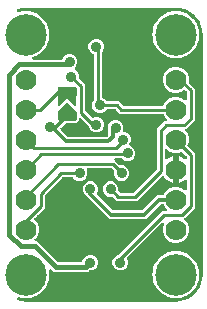
<source format=gbr>
G04 EAGLE Gerber RS-274X export*
G75*
%MOMM*%
%FSLAX34Y34*%
%LPD*%
%INBottom Copper*%
%IPPOS*%
%AMOC8*
5,1,8,0,0,1.08239X$1,22.5*%
G01*
%ADD10C,3.516000*%
%ADD11C,1.778000*%
%ADD12C,0.381000*%
%ADD13C,0.906400*%
%ADD14C,0.254000*%
%ADD15C,0.889000*%
%ADD16C,0.304800*%
%ADD17C,0.406400*%

G36*
X152422Y2543D02*
X152422Y2543D01*
X152500Y2545D01*
X155877Y2810D01*
X155945Y2824D01*
X156014Y2829D01*
X156170Y2869D01*
X162594Y4956D01*
X162701Y5006D01*
X162812Y5050D01*
X162863Y5083D01*
X162882Y5091D01*
X162897Y5104D01*
X162948Y5136D01*
X168412Y9107D01*
X168499Y9188D01*
X168546Y9227D01*
X168552Y9231D01*
X168553Y9233D01*
X168591Y9264D01*
X168629Y9310D01*
X168644Y9324D01*
X168655Y9342D01*
X168693Y9388D01*
X170386Y11717D01*
X170399Y11741D01*
X170416Y11761D01*
X170475Y11880D01*
X170539Y11996D01*
X170546Y12022D01*
X170558Y12046D01*
X170585Y12174D01*
X170599Y12185D01*
X170623Y12196D01*
X170725Y12280D01*
X170831Y12361D01*
X170848Y12381D01*
X170868Y12398D01*
X170971Y12522D01*
X172664Y14852D01*
X172721Y14956D01*
X172785Y15056D01*
X172807Y15113D01*
X172817Y15131D01*
X172822Y15151D01*
X172844Y15206D01*
X174931Y21630D01*
X174944Y21698D01*
X174967Y21764D01*
X174990Y21923D01*
X175255Y25300D01*
X175255Y25304D01*
X175256Y25307D01*
X175255Y25326D01*
X175259Y25400D01*
X175259Y228600D01*
X175257Y228622D01*
X175255Y228700D01*
X174990Y232077D01*
X174976Y232145D01*
X174971Y232214D01*
X174931Y232370D01*
X172844Y238794D01*
X172793Y238901D01*
X172750Y239012D01*
X172717Y239063D01*
X172709Y239082D01*
X172696Y239097D01*
X172664Y239148D01*
X170971Y241478D01*
X170953Y241497D01*
X170939Y241520D01*
X170844Y241612D01*
X170753Y241709D01*
X170731Y241724D01*
X170712Y241742D01*
X170598Y241808D01*
X170592Y241824D01*
X170589Y241851D01*
X170540Y241975D01*
X170497Y242100D01*
X170482Y242122D01*
X170472Y242147D01*
X170386Y242283D01*
X168693Y244612D01*
X168612Y244699D01*
X168536Y244791D01*
X168490Y244829D01*
X168476Y244844D01*
X168458Y244855D01*
X168412Y244893D01*
X162948Y248864D01*
X162844Y248921D01*
X162744Y248985D01*
X162687Y249007D01*
X162669Y249017D01*
X162649Y249022D01*
X162594Y249044D01*
X156170Y251131D01*
X156102Y251144D01*
X156036Y251167D01*
X155877Y251190D01*
X152500Y251455D01*
X152478Y251454D01*
X152400Y251459D01*
X25400Y251459D01*
X25378Y251457D01*
X25300Y251455D01*
X21923Y251190D01*
X21855Y251176D01*
X21786Y251171D01*
X21630Y251131D01*
X18892Y250241D01*
X18867Y250230D01*
X18841Y250224D01*
X18724Y250163D01*
X18604Y250106D01*
X18583Y250089D01*
X18560Y250077D01*
X18461Y249988D01*
X18359Y249903D01*
X18343Y249882D01*
X18323Y249864D01*
X18250Y249754D01*
X18172Y249646D01*
X18162Y249621D01*
X18147Y249599D01*
X18103Y249474D01*
X18054Y249350D01*
X18051Y249324D01*
X18042Y249299D01*
X18031Y249167D01*
X18014Y249035D01*
X18018Y249008D01*
X18016Y248982D01*
X18038Y248851D01*
X18054Y248719D01*
X18064Y248695D01*
X18068Y248668D01*
X18122Y248548D01*
X18171Y248424D01*
X18187Y248402D01*
X18198Y248378D01*
X18280Y248274D01*
X18358Y248166D01*
X18378Y248149D01*
X18395Y248128D01*
X18500Y248048D01*
X18603Y247963D01*
X18627Y247952D01*
X18648Y247936D01*
X18770Y247884D01*
X18890Y247828D01*
X18916Y247823D01*
X18941Y247812D01*
X19072Y247793D01*
X19203Y247768D01*
X19229Y247769D01*
X19256Y247765D01*
X19416Y247772D01*
X20598Y247896D01*
X20698Y247920D01*
X20799Y247934D01*
X20887Y247964D01*
X20908Y247969D01*
X20920Y247975D01*
X20951Y247986D01*
X21499Y248213D01*
X23543Y248213D01*
X23560Y248215D01*
X23676Y248220D01*
X27504Y248622D01*
X28573Y248275D01*
X28690Y248253D01*
X28805Y248223D01*
X28865Y248219D01*
X28885Y248215D01*
X28906Y248217D01*
X28965Y248213D01*
X29301Y248213D01*
X31209Y247422D01*
X31230Y247417D01*
X31303Y247388D01*
X35466Y246035D01*
X36078Y245485D01*
X36189Y245407D01*
X36297Y245326D01*
X36327Y245311D01*
X36339Y245303D01*
X36359Y245296D01*
X36441Y245255D01*
X36510Y245227D01*
X37805Y243932D01*
X37819Y243921D01*
X37853Y243886D01*
X41687Y240434D01*
X41900Y239956D01*
X41979Y239826D01*
X42250Y239171D01*
X42255Y239162D01*
X42263Y239141D01*
X45092Y232786D01*
X45092Y224414D01*
X42263Y218059D01*
X42260Y218049D01*
X42250Y218029D01*
X41994Y217411D01*
X41975Y217387D01*
X41970Y217379D01*
X41968Y217375D01*
X41963Y217364D01*
X41900Y217244D01*
X41687Y216766D01*
X37853Y213314D01*
X37841Y213300D01*
X37805Y213268D01*
X36510Y211973D01*
X36441Y211945D01*
X36324Y211878D01*
X36204Y211815D01*
X36177Y211794D01*
X36165Y211787D01*
X36150Y211772D01*
X36078Y211715D01*
X35466Y211165D01*
X31866Y209995D01*
X31758Y209944D01*
X31647Y209900D01*
X31615Y209877D01*
X31578Y209860D01*
X31486Y209784D01*
X31390Y209714D01*
X31364Y209683D01*
X31333Y209657D01*
X31263Y209560D01*
X31187Y209469D01*
X31170Y209432D01*
X31146Y209400D01*
X31102Y209288D01*
X31051Y209181D01*
X31044Y209142D01*
X31029Y209104D01*
X31014Y208985D01*
X30992Y208868D01*
X30994Y208829D01*
X30989Y208789D01*
X31004Y208670D01*
X31011Y208551D01*
X31024Y208513D01*
X31029Y208473D01*
X31073Y208362D01*
X31109Y208249D01*
X31131Y208215D01*
X31146Y208177D01*
X31216Y208081D01*
X31279Y207980D01*
X31309Y207952D01*
X31332Y207920D01*
X31424Y207844D01*
X31511Y207762D01*
X31546Y207743D01*
X31577Y207717D01*
X31685Y207666D01*
X31790Y207608D01*
X31828Y207598D01*
X31865Y207581D01*
X31982Y207559D01*
X32098Y207529D01*
X32157Y207525D01*
X32177Y207521D01*
X32198Y207523D01*
X32258Y207519D01*
X55505Y207519D01*
X55534Y207522D01*
X55563Y207520D01*
X55691Y207542D01*
X55820Y207559D01*
X55848Y207569D01*
X55877Y207574D01*
X55995Y207628D01*
X56116Y207676D01*
X56140Y207693D01*
X56167Y207705D01*
X56268Y207786D01*
X56373Y207862D01*
X56392Y207885D01*
X56415Y207904D01*
X56493Y208007D01*
X56576Y208107D01*
X56589Y208134D01*
X56606Y208158D01*
X56677Y208302D01*
X57055Y209214D01*
X58901Y211060D01*
X61314Y212060D01*
X63926Y212060D01*
X66339Y211060D01*
X68185Y209214D01*
X69185Y206801D01*
X69185Y204189D01*
X68185Y201776D01*
X67189Y200780D01*
X67159Y200741D01*
X67122Y200707D01*
X67061Y200615D01*
X66994Y200529D01*
X66974Y200483D01*
X66947Y200442D01*
X66911Y200338D01*
X66868Y200237D01*
X66860Y200188D01*
X66844Y200141D01*
X66835Y200032D01*
X66818Y199923D01*
X66823Y199873D01*
X66819Y199824D01*
X66837Y199716D01*
X66848Y199606D01*
X66865Y199559D01*
X66873Y199511D01*
X66918Y199411D01*
X66955Y199307D01*
X66983Y199266D01*
X67004Y199221D01*
X67072Y199135D01*
X67134Y199044D01*
X67171Y199011D01*
X67202Y198972D01*
X67290Y198906D01*
X67372Y198833D01*
X67417Y198811D01*
X67456Y198781D01*
X67601Y198710D01*
X67854Y198605D01*
X69700Y196759D01*
X70700Y194346D01*
X70700Y191672D01*
X70712Y191574D01*
X70715Y191475D01*
X70732Y191416D01*
X70740Y191356D01*
X70776Y191264D01*
X70804Y191169D01*
X70834Y191117D01*
X70857Y191061D01*
X70915Y190981D01*
X70965Y190895D01*
X71000Y190855D01*
X71003Y190851D01*
X71009Y190845D01*
X71031Y190820D01*
X71043Y190803D01*
X71053Y190795D01*
X71071Y190774D01*
X75693Y186153D01*
X75693Y164454D01*
X75705Y164356D01*
X75708Y164257D01*
X75725Y164198D01*
X75733Y164138D01*
X75769Y164046D01*
X75797Y163951D01*
X75827Y163899D01*
X75850Y163843D01*
X75908Y163763D01*
X75958Y163677D01*
X76024Y163602D01*
X76036Y163585D01*
X76046Y163577D01*
X76064Y163556D01*
X81039Y158582D01*
X81063Y158563D01*
X81082Y158541D01*
X81188Y158466D01*
X81290Y158387D01*
X81318Y158375D01*
X81342Y158358D01*
X81463Y158312D01*
X81582Y158260D01*
X81611Y158256D01*
X81639Y158245D01*
X81768Y158231D01*
X81896Y158210D01*
X81926Y158213D01*
X81955Y158210D01*
X82084Y158228D01*
X82213Y158240D01*
X82241Y158250D01*
X82270Y158254D01*
X82422Y158306D01*
X83801Y158878D01*
X86379Y158878D01*
X88759Y157892D01*
X90582Y156069D01*
X91568Y153689D01*
X91568Y151111D01*
X90582Y148731D01*
X88759Y146908D01*
X86379Y145922D01*
X83801Y145922D01*
X81421Y146908D01*
X79598Y148731D01*
X78612Y151111D01*
X78612Y151141D01*
X78600Y151239D01*
X78597Y151338D01*
X78580Y151397D01*
X78572Y151457D01*
X78536Y151549D01*
X78508Y151644D01*
X78478Y151696D01*
X78455Y151752D01*
X78397Y151832D01*
X78347Y151918D01*
X78281Y151993D01*
X78269Y152010D01*
X78259Y152018D01*
X78241Y152039D01*
X72406Y157873D01*
X72297Y157958D01*
X72190Y158047D01*
X72171Y158055D01*
X72155Y158068D01*
X72027Y158123D01*
X71902Y158182D01*
X71882Y158186D01*
X71863Y158194D01*
X71725Y158216D01*
X71589Y158242D01*
X71569Y158241D01*
X71549Y158244D01*
X71410Y158231D01*
X71272Y158222D01*
X71253Y158216D01*
X71233Y158214D01*
X71101Y158167D01*
X70970Y158124D01*
X70952Y158113D01*
X70933Y158106D01*
X70818Y158028D01*
X70701Y157954D01*
X70687Y157939D01*
X70670Y157928D01*
X70578Y157824D01*
X70483Y157722D01*
X70473Y157705D01*
X70460Y157689D01*
X70396Y157565D01*
X70329Y157444D01*
X70324Y157424D01*
X70315Y157406D01*
X70285Y157270D01*
X70250Y157136D01*
X70248Y157108D01*
X70245Y157096D01*
X70246Y157075D01*
X70240Y156975D01*
X70240Y155987D01*
X68454Y154201D01*
X68221Y154201D01*
X68123Y154189D01*
X68024Y154186D01*
X67994Y154177D01*
X60038Y154177D01*
X59940Y154165D01*
X59841Y154162D01*
X59783Y154145D01*
X59722Y154137D01*
X59630Y154101D01*
X59535Y154073D01*
X59483Y154043D01*
X59427Y154020D01*
X59347Y153962D01*
X59261Y153912D01*
X59186Y153846D01*
X59169Y153834D01*
X59162Y153824D01*
X59140Y153806D01*
X55140Y149805D01*
X55067Y149711D01*
X54988Y149622D01*
X54970Y149586D01*
X54945Y149554D01*
X54898Y149444D01*
X54844Y149338D01*
X54835Y149299D01*
X54819Y149262D01*
X54800Y149144D01*
X54774Y149028D01*
X54775Y148988D01*
X54769Y148948D01*
X54780Y148829D01*
X54784Y148710D01*
X54795Y148671D01*
X54799Y148631D01*
X54839Y148519D01*
X54872Y148405D01*
X54893Y148370D01*
X54906Y148332D01*
X54973Y148233D01*
X55034Y148131D01*
X55073Y148086D01*
X55085Y148069D01*
X55100Y148055D01*
X55140Y148010D01*
X60791Y142358D01*
X60870Y142298D01*
X60942Y142230D01*
X60995Y142201D01*
X61043Y142164D01*
X61134Y142124D01*
X61220Y142076D01*
X61279Y142061D01*
X61335Y142037D01*
X61433Y142022D01*
X61528Y141997D01*
X61628Y141991D01*
X61649Y141987D01*
X61661Y141989D01*
X61689Y141987D01*
X93251Y141987D01*
X93349Y141999D01*
X93448Y142002D01*
X93506Y142019D01*
X93567Y142027D01*
X93659Y142063D01*
X93754Y142091D01*
X93806Y142121D01*
X93862Y142144D01*
X93942Y142202D01*
X94028Y142252D01*
X94103Y142318D01*
X94120Y142330D01*
X94127Y142340D01*
X94149Y142358D01*
X94972Y143181D01*
X95032Y143260D01*
X95100Y143332D01*
X95129Y143385D01*
X95166Y143433D01*
X95206Y143524D01*
X95254Y143610D01*
X95269Y143669D01*
X95293Y143725D01*
X95308Y143823D01*
X95333Y143918D01*
X95339Y144018D01*
X95343Y144039D01*
X95341Y144051D01*
X95343Y144079D01*
X95343Y147239D01*
X95342Y147248D01*
X95343Y147258D01*
X95327Y147370D01*
X95321Y147472D01*
X95309Y147508D01*
X95303Y147555D01*
X95300Y147563D01*
X95299Y147573D01*
X95247Y147725D01*
X94962Y148411D01*
X94962Y150989D01*
X95948Y153369D01*
X97771Y155192D01*
X100151Y156178D01*
X102729Y156178D01*
X105109Y155192D01*
X106932Y153369D01*
X107918Y150989D01*
X107918Y148411D01*
X107719Y147933D01*
X107706Y147885D01*
X107685Y147840D01*
X107665Y147732D01*
X107635Y147626D01*
X107635Y147576D01*
X107625Y147527D01*
X107632Y147418D01*
X107630Y147308D01*
X107642Y147260D01*
X107645Y147210D01*
X107679Y147106D01*
X107705Y146999D01*
X107728Y146955D01*
X107743Y146908D01*
X107802Y146815D01*
X107853Y146718D01*
X107887Y146681D01*
X107913Y146639D01*
X107993Y146564D01*
X108067Y146482D01*
X108109Y146455D01*
X108145Y146421D01*
X108241Y146368D01*
X108333Y146308D01*
X108380Y146291D01*
X108423Y146267D01*
X108530Y146240D01*
X108634Y146204D01*
X108683Y146200D01*
X108731Y146188D01*
X108892Y146178D01*
X109112Y146178D01*
X111492Y145192D01*
X113315Y143369D01*
X114301Y140989D01*
X114301Y138411D01*
X113232Y135832D01*
X113201Y135717D01*
X113162Y135605D01*
X113159Y135564D01*
X113148Y135525D01*
X113146Y135406D01*
X113137Y135287D01*
X113144Y135248D01*
X113143Y135207D01*
X113171Y135091D01*
X113191Y134974D01*
X113208Y134937D01*
X113217Y134898D01*
X113273Y134793D01*
X113322Y134684D01*
X113347Y134653D01*
X113366Y134617D01*
X113446Y134529D01*
X113521Y134436D01*
X113553Y134411D01*
X113580Y134381D01*
X113680Y134316D01*
X113775Y134244D01*
X113829Y134218D01*
X113846Y134207D01*
X113865Y134200D01*
X113919Y134174D01*
X115302Y133601D01*
X117125Y131778D01*
X118111Y129398D01*
X118111Y126821D01*
X117125Y124440D01*
X115302Y122617D01*
X112922Y121631D01*
X110344Y121631D01*
X107964Y122617D01*
X106782Y123800D01*
X106703Y123860D01*
X106631Y123928D01*
X106578Y123957D01*
X106530Y123995D01*
X106439Y124034D01*
X106353Y124082D01*
X106294Y124097D01*
X106238Y124121D01*
X106140Y124136D01*
X106045Y124161D01*
X105945Y124167D01*
X105924Y124171D01*
X105912Y124170D01*
X105884Y124171D01*
X101623Y124171D01*
X101485Y124154D01*
X101346Y124141D01*
X101327Y124134D01*
X101307Y124131D01*
X101178Y124080D01*
X101047Y124033D01*
X101030Y124022D01*
X101011Y124014D01*
X100899Y123933D01*
X100784Y123855D01*
X100771Y123840D01*
X100754Y123828D01*
X100665Y123720D01*
X100573Y123616D01*
X100564Y123598D01*
X100551Y123583D01*
X100492Y123457D01*
X100429Y123333D01*
X100424Y123313D01*
X100416Y123295D01*
X100390Y123159D01*
X100359Y123023D01*
X100360Y123002D01*
X100356Y122983D01*
X100365Y122844D01*
X100369Y122705D01*
X100374Y122685D01*
X100376Y122665D01*
X100419Y122533D01*
X100457Y122399D01*
X100468Y122382D01*
X100474Y122363D01*
X100548Y122245D01*
X100619Y122125D01*
X100637Y122104D01*
X100644Y122094D01*
X100659Y122080D01*
X100725Y122005D01*
X102734Y119996D01*
X102734Y119995D01*
X104501Y118228D01*
X104580Y118168D01*
X104652Y118100D01*
X104705Y118071D01*
X104753Y118034D01*
X104844Y117994D01*
X104930Y117946D01*
X104989Y117931D01*
X105044Y117907D01*
X105142Y117892D01*
X105238Y117867D01*
X105338Y117861D01*
X105358Y117857D01*
X105371Y117859D01*
X105399Y117857D01*
X107969Y117857D01*
X110349Y116871D01*
X112172Y115048D01*
X113158Y112668D01*
X113158Y110090D01*
X112172Y107710D01*
X110349Y105887D01*
X107969Y104901D01*
X105391Y104901D01*
X103011Y105887D01*
X101188Y107710D01*
X100202Y110090D01*
X100202Y112660D01*
X100190Y112758D01*
X100187Y112857D01*
X100170Y112916D01*
X100162Y112976D01*
X100126Y113068D01*
X100098Y113163D01*
X100068Y113215D01*
X100045Y113271D01*
X99987Y113351D01*
X99937Y113437D01*
X99871Y113512D01*
X99859Y113529D01*
X99849Y113537D01*
X99831Y113558D01*
X98064Y115325D01*
X97985Y115385D01*
X97913Y115453D01*
X97860Y115482D01*
X97812Y115519D01*
X97721Y115559D01*
X97635Y115607D01*
X97576Y115622D01*
X97521Y115646D01*
X97423Y115661D01*
X97327Y115686D01*
X97227Y115692D01*
X97207Y115696D01*
X97194Y115694D01*
X97166Y115696D01*
X78138Y115696D01*
X78088Y115690D01*
X78039Y115692D01*
X77931Y115670D01*
X77822Y115656D01*
X77776Y115638D01*
X77727Y115628D01*
X77629Y115580D01*
X77526Y115539D01*
X77486Y115510D01*
X77441Y115488D01*
X77358Y115417D01*
X77269Y115353D01*
X77237Y115314D01*
X77199Y115282D01*
X77136Y115192D01*
X77066Y115108D01*
X77045Y115063D01*
X77016Y115022D01*
X76977Y114919D01*
X76931Y114820D01*
X76921Y114771D01*
X76904Y114725D01*
X76891Y114615D01*
X76871Y114508D01*
X76874Y114458D01*
X76868Y114409D01*
X76884Y114300D01*
X76891Y114190D01*
X76906Y114143D01*
X76913Y114094D01*
X76965Y113941D01*
X77598Y112413D01*
X77598Y109836D01*
X76612Y107456D01*
X74789Y105633D01*
X72409Y104647D01*
X69831Y104647D01*
X67451Y105633D01*
X65634Y107451D01*
X65555Y107511D01*
X65483Y107579D01*
X65430Y107608D01*
X65382Y107645D01*
X65291Y107685D01*
X65205Y107733D01*
X65146Y107748D01*
X65090Y107772D01*
X64992Y107787D01*
X64897Y107812D01*
X64797Y107818D01*
X64776Y107822D01*
X64764Y107820D01*
X64736Y107822D01*
X57139Y107822D01*
X57041Y107810D01*
X56942Y107807D01*
X56883Y107790D01*
X56823Y107782D01*
X56731Y107746D01*
X56636Y107718D01*
X56584Y107688D01*
X56528Y107665D01*
X56447Y107607D01*
X56362Y107557D01*
X56287Y107491D01*
X56270Y107479D01*
X56262Y107469D01*
X56241Y107451D01*
X41774Y92984D01*
X41714Y92905D01*
X41646Y92833D01*
X41617Y92780D01*
X41580Y92732D01*
X41540Y92641D01*
X41492Y92555D01*
X41477Y92496D01*
X41453Y92441D01*
X41438Y92343D01*
X41413Y92247D01*
X41407Y92147D01*
X41403Y92126D01*
X41405Y92114D01*
X41403Y92086D01*
X41403Y81817D01*
X32864Y73278D01*
X32791Y73184D01*
X32712Y73095D01*
X32694Y73059D01*
X32669Y73027D01*
X32622Y72917D01*
X32568Y72812D01*
X32559Y72772D01*
X32543Y72735D01*
X32524Y72617D01*
X32498Y72501D01*
X32499Y72461D01*
X32493Y72421D01*
X32504Y72302D01*
X32508Y72183D01*
X32519Y72145D01*
X32523Y72104D01*
X32563Y71992D01*
X32596Y71878D01*
X32616Y71843D01*
X32630Y71805D01*
X32697Y71706D01*
X32758Y71604D01*
X32797Y71559D01*
X32809Y71542D01*
X32824Y71528D01*
X32864Y71483D01*
X34660Y69687D01*
X36323Y65673D01*
X36323Y61327D01*
X34660Y57313D01*
X33109Y55761D01*
X33023Y55652D01*
X32935Y55545D01*
X32926Y55526D01*
X32914Y55510D01*
X32858Y55382D01*
X32799Y55257D01*
X32795Y55237D01*
X32787Y55218D01*
X32765Y55080D01*
X32739Y54944D01*
X32741Y54924D01*
X32737Y54904D01*
X32750Y54765D01*
X32759Y54627D01*
X32765Y54608D01*
X32767Y54588D01*
X32814Y54456D01*
X32857Y54325D01*
X32868Y54307D01*
X32875Y54288D01*
X32953Y54173D01*
X33027Y54056D01*
X33042Y54042D01*
X33053Y54025D01*
X33158Y53933D01*
X33259Y53838D01*
X33277Y53828D01*
X33292Y53815D01*
X33416Y53751D01*
X33537Y53684D01*
X33557Y53679D01*
X33575Y53670D01*
X33711Y53640D01*
X33845Y53605D01*
X33873Y53603D01*
X33885Y53600D01*
X33906Y53601D01*
X34006Y53595D01*
X34704Y53595D01*
X52112Y36186D01*
X52190Y36126D01*
X52262Y36058D01*
X52315Y36029D01*
X52363Y35992D01*
X52454Y35952D01*
X52541Y35904D01*
X52599Y35889D01*
X52655Y35865D01*
X52753Y35850D01*
X52849Y35825D01*
X52949Y35819D01*
X52969Y35815D01*
X52981Y35817D01*
X53009Y35815D01*
X72176Y35815D01*
X72294Y35830D01*
X72413Y35837D01*
X72451Y35850D01*
X72492Y35855D01*
X72602Y35898D01*
X72715Y35935D01*
X72750Y35957D01*
X72787Y35972D01*
X72883Y36041D01*
X72984Y36105D01*
X73012Y36135D01*
X73045Y36158D01*
X73121Y36250D01*
X73202Y36337D01*
X73222Y36372D01*
X73247Y36403D01*
X73298Y36511D01*
X73356Y36615D01*
X73366Y36655D01*
X73383Y36691D01*
X73392Y36736D01*
X74445Y39279D01*
X76291Y41125D01*
X78704Y42125D01*
X81316Y42125D01*
X83729Y41125D01*
X85575Y39279D01*
X86575Y36866D01*
X86575Y34254D01*
X85575Y31841D01*
X83729Y29995D01*
X81316Y28995D01*
X79719Y28995D01*
X79621Y28983D01*
X79522Y28980D01*
X79464Y28963D01*
X79404Y28955D01*
X79312Y28919D01*
X79217Y28891D01*
X79165Y28861D01*
X79108Y28838D01*
X79028Y28780D01*
X78943Y28730D01*
X78867Y28664D01*
X78851Y28652D01*
X78843Y28642D01*
X78822Y28624D01*
X77884Y27685D01*
X49116Y27685D01*
X47259Y29542D01*
X47149Y29628D01*
X47042Y29716D01*
X47024Y29725D01*
X47008Y29737D01*
X46880Y29793D01*
X46755Y29852D01*
X46735Y29856D01*
X46716Y29864D01*
X46578Y29886D01*
X46442Y29912D01*
X46422Y29910D01*
X46402Y29914D01*
X46263Y29900D01*
X46125Y29892D01*
X46106Y29886D01*
X46085Y29884D01*
X45954Y29837D01*
X45822Y29794D01*
X45805Y29783D01*
X45786Y29776D01*
X45671Y29698D01*
X45554Y29624D01*
X45540Y29609D01*
X45523Y29598D01*
X45431Y29493D01*
X45336Y29392D01*
X45326Y29374D01*
X45312Y29359D01*
X45249Y29235D01*
X45182Y29114D01*
X45177Y29094D01*
X45168Y29076D01*
X45137Y28940D01*
X45103Y28806D01*
X45101Y28778D01*
X45098Y28766D01*
X45099Y28745D01*
X45092Y28645D01*
X45092Y21214D01*
X42263Y14859D01*
X42260Y14849D01*
X42250Y14828D01*
X41994Y14211D01*
X41975Y14187D01*
X41970Y14179D01*
X41968Y14175D01*
X41963Y14165D01*
X41900Y14044D01*
X41687Y13566D01*
X37853Y10114D01*
X37841Y10100D01*
X37804Y10068D01*
X36510Y8773D01*
X36441Y8745D01*
X36324Y8678D01*
X36204Y8615D01*
X36177Y8594D01*
X36165Y8587D01*
X36149Y8572D01*
X36078Y8515D01*
X35466Y7965D01*
X31302Y6612D01*
X31283Y6603D01*
X31209Y6577D01*
X29301Y5787D01*
X28965Y5787D01*
X28848Y5772D01*
X28729Y5765D01*
X28670Y5750D01*
X28650Y5747D01*
X28631Y5740D01*
X28573Y5725D01*
X27504Y5378D01*
X23676Y5780D01*
X23658Y5780D01*
X23543Y5787D01*
X21499Y5787D01*
X20951Y6014D01*
X20853Y6041D01*
X20757Y6077D01*
X20665Y6092D01*
X20644Y6098D01*
X20631Y6098D01*
X20598Y6104D01*
X19416Y6228D01*
X19390Y6227D01*
X19364Y6232D01*
X19231Y6224D01*
X19099Y6221D01*
X19073Y6214D01*
X19046Y6212D01*
X18920Y6172D01*
X18792Y6136D01*
X18769Y6123D01*
X18744Y6114D01*
X18632Y6043D01*
X18517Y5977D01*
X18498Y5958D01*
X18475Y5944D01*
X18384Y5848D01*
X18289Y5754D01*
X18276Y5732D01*
X18257Y5712D01*
X18193Y5596D01*
X18125Y5483D01*
X18117Y5457D01*
X18104Y5434D01*
X18071Y5305D01*
X18032Y5178D01*
X18031Y5151D01*
X18025Y5126D01*
X18025Y4993D01*
X18019Y4860D01*
X18024Y4834D01*
X18024Y4808D01*
X18057Y4679D01*
X18085Y4549D01*
X18097Y4525D01*
X18103Y4500D01*
X18167Y4383D01*
X18226Y4264D01*
X18243Y4244D01*
X18256Y4221D01*
X18347Y4124D01*
X18434Y4023D01*
X18455Y4008D01*
X18474Y3989D01*
X18586Y3917D01*
X18694Y3842D01*
X18719Y3832D01*
X18742Y3818D01*
X18892Y3759D01*
X21630Y2869D01*
X21698Y2856D01*
X21764Y2833D01*
X21923Y2810D01*
X25300Y2545D01*
X25322Y2546D01*
X25400Y2541D01*
X152400Y2541D01*
X152422Y2543D01*
G37*
%LPC*%
G36*
X104104Y28995D02*
X104104Y28995D01*
X101691Y29995D01*
X99845Y31841D01*
X98845Y34254D01*
X98845Y36866D01*
X99845Y39279D01*
X101691Y41125D01*
X103716Y41964D01*
X103724Y41968D01*
X103733Y41971D01*
X103848Y42039D01*
X103861Y42044D01*
X103878Y42056D01*
X103992Y42121D01*
X103998Y42128D01*
X104007Y42133D01*
X104118Y42231D01*
X104119Y42231D01*
X104119Y42232D01*
X104127Y42239D01*
X104413Y42525D01*
X104414Y42525D01*
X140883Y78995D01*
X143794Y78995D01*
X143931Y79012D01*
X144070Y79025D01*
X144089Y79032D01*
X144110Y79035D01*
X144238Y79086D01*
X144370Y79133D01*
X144386Y79144D01*
X144405Y79152D01*
X144518Y79233D01*
X144633Y79311D01*
X144646Y79327D01*
X144663Y79338D01*
X144751Y79446D01*
X144843Y79550D01*
X144852Y79568D01*
X144865Y79583D01*
X144925Y79709D01*
X144988Y79833D01*
X144992Y79853D01*
X145001Y79871D01*
X145027Y80008D01*
X145057Y80143D01*
X145057Y80164D01*
X145061Y80183D01*
X145052Y80322D01*
X145048Y80461D01*
X145042Y80481D01*
X145041Y80501D01*
X144998Y80633D01*
X144959Y80767D01*
X144949Y80784D01*
X144943Y80803D01*
X144868Y80921D01*
X144798Y81041D01*
X144779Y81062D01*
X144773Y81072D01*
X144758Y81086D01*
X144691Y81161D01*
X143140Y82713D01*
X142375Y84560D01*
X142360Y84585D01*
X142351Y84613D01*
X142282Y84723D01*
X142218Y84836D01*
X142197Y84857D01*
X142181Y84882D01*
X142087Y84971D01*
X141996Y85064D01*
X141971Y85080D01*
X141950Y85100D01*
X141836Y85163D01*
X141725Y85231D01*
X141697Y85239D01*
X141671Y85254D01*
X141545Y85286D01*
X141421Y85324D01*
X141392Y85326D01*
X141363Y85333D01*
X141202Y85343D01*
X140429Y85343D01*
X140331Y85331D01*
X140232Y85328D01*
X140174Y85311D01*
X140113Y85303D01*
X140021Y85267D01*
X139926Y85239D01*
X139874Y85209D01*
X139818Y85186D01*
X139738Y85128D01*
X139652Y85078D01*
X139577Y85012D01*
X139560Y85000D01*
X139553Y84990D01*
X139531Y84972D01*
X127203Y72643D01*
X96317Y72643D01*
X77067Y91893D01*
X77060Y91899D01*
X77054Y91906D01*
X76935Y91995D01*
X76816Y92088D01*
X76807Y92092D01*
X76800Y92097D01*
X76655Y92168D01*
X76341Y92298D01*
X74518Y94121D01*
X73532Y96501D01*
X73532Y99079D01*
X74518Y101459D01*
X76341Y103282D01*
X78721Y104268D01*
X81299Y104268D01*
X83679Y103282D01*
X85502Y101459D01*
X86488Y99079D01*
X86488Y96501D01*
X85650Y94478D01*
X85642Y94450D01*
X85628Y94424D01*
X85600Y94297D01*
X85566Y94172D01*
X85565Y94142D01*
X85559Y94113D01*
X85563Y93983D01*
X85561Y93854D01*
X85568Y93825D01*
X85568Y93795D01*
X85605Y93671D01*
X85635Y93544D01*
X85649Y93518D01*
X85657Y93490D01*
X85723Y93378D01*
X85784Y93263D01*
X85803Y93241D01*
X85818Y93216D01*
X85925Y93095D01*
X98891Y80128D01*
X98970Y80068D01*
X99042Y80000D01*
X99095Y79971D01*
X99143Y79934D01*
X99234Y79894D01*
X99320Y79846D01*
X99379Y79831D01*
X99435Y79807D01*
X99533Y79792D01*
X99628Y79767D01*
X99728Y79761D01*
X99749Y79757D01*
X99761Y79759D01*
X99789Y79757D01*
X123731Y79757D01*
X123829Y79769D01*
X123928Y79772D01*
X123986Y79789D01*
X124047Y79797D01*
X124139Y79833D01*
X124234Y79861D01*
X124286Y79891D01*
X124342Y79914D01*
X124422Y79972D01*
X124508Y80022D01*
X124583Y80088D01*
X124600Y80100D01*
X124607Y80110D01*
X124629Y80128D01*
X136957Y92457D01*
X141202Y92457D01*
X141232Y92460D01*
X141261Y92458D01*
X141389Y92480D01*
X141518Y92497D01*
X141545Y92507D01*
X141575Y92512D01*
X141693Y92566D01*
X141814Y92614D01*
X141838Y92631D01*
X141865Y92643D01*
X141966Y92724D01*
X142071Y92800D01*
X142090Y92823D01*
X142113Y92842D01*
X142191Y92945D01*
X142274Y93045D01*
X142286Y93072D01*
X142304Y93096D01*
X142375Y93240D01*
X143140Y95087D01*
X146213Y98160D01*
X150227Y99823D01*
X154573Y99823D01*
X158587Y98160D01*
X159631Y97117D01*
X159740Y97032D01*
X159847Y96943D01*
X159866Y96934D01*
X159882Y96922D01*
X160009Y96866D01*
X160135Y96807D01*
X160155Y96803D01*
X160174Y96795D01*
X160312Y96773D01*
X160448Y96747D01*
X160468Y96749D01*
X160488Y96745D01*
X160627Y96758D01*
X160765Y96767D01*
X160784Y96773D01*
X160804Y96775D01*
X160936Y96822D01*
X161067Y96865D01*
X161085Y96876D01*
X161104Y96883D01*
X161219Y96961D01*
X161336Y97035D01*
X161350Y97050D01*
X161367Y97061D01*
X161459Y97165D01*
X161554Y97267D01*
X161564Y97285D01*
X161577Y97300D01*
X161640Y97424D01*
X161708Y97545D01*
X161713Y97565D01*
X161722Y97583D01*
X161752Y97719D01*
X161787Y97853D01*
X161789Y97881D01*
X161792Y97893D01*
X161791Y97914D01*
X161797Y98014D01*
X161797Y104507D01*
X161792Y104547D01*
X161795Y104587D01*
X161772Y104704D01*
X161757Y104823D01*
X161743Y104860D01*
X161735Y104899D01*
X161684Y105007D01*
X161640Y105119D01*
X161617Y105151D01*
X161600Y105187D01*
X161524Y105279D01*
X161454Y105376D01*
X161423Y105401D01*
X161398Y105432D01*
X161301Y105502D01*
X161209Y105579D01*
X161173Y105596D01*
X161140Y105619D01*
X161029Y105663D01*
X160921Y105714D01*
X160882Y105722D01*
X160845Y105736D01*
X160726Y105752D01*
X160609Y105774D01*
X160569Y105772D01*
X160529Y105777D01*
X160411Y105762D01*
X160291Y105754D01*
X160253Y105742D01*
X160214Y105737D01*
X160102Y105693D01*
X159989Y105656D01*
X159955Y105635D01*
X159918Y105620D01*
X159782Y105534D01*
X158391Y104524D01*
X156788Y103707D01*
X155077Y103151D01*
X154899Y103123D01*
X154899Y113070D01*
X154884Y113188D01*
X154877Y113307D01*
X154864Y113345D01*
X154859Y113385D01*
X154816Y113496D01*
X154779Y113609D01*
X154757Y113643D01*
X154742Y113681D01*
X154673Y113777D01*
X154609Y113878D01*
X154579Y113906D01*
X154556Y113938D01*
X154464Y114014D01*
X154377Y114096D01*
X154342Y114115D01*
X154311Y114141D01*
X154203Y114192D01*
X154099Y114249D01*
X154059Y114259D01*
X154023Y114277D01*
X153916Y114297D01*
X153946Y114301D01*
X154056Y114345D01*
X154169Y114381D01*
X154204Y114403D01*
X154241Y114418D01*
X154337Y114488D01*
X154438Y114551D01*
X154466Y114581D01*
X154499Y114605D01*
X154575Y114696D01*
X154656Y114783D01*
X154676Y114818D01*
X154701Y114850D01*
X154752Y114957D01*
X154810Y115062D01*
X154820Y115101D01*
X154837Y115137D01*
X154859Y115254D01*
X154889Y115370D01*
X154893Y115430D01*
X154897Y115450D01*
X154895Y115470D01*
X154899Y115530D01*
X154899Y125477D01*
X155077Y125449D01*
X156788Y124893D01*
X158391Y124076D01*
X159373Y123363D01*
X159374Y123363D01*
X159782Y123066D01*
X159817Y123047D01*
X159847Y123021D01*
X159956Y122970D01*
X160061Y122913D01*
X160099Y122903D01*
X160135Y122886D01*
X160252Y122863D01*
X160369Y122833D01*
X160409Y122833D01*
X160448Y122826D01*
X160567Y122833D01*
X160687Y122833D01*
X160725Y122843D01*
X160765Y122846D01*
X160879Y122883D01*
X160995Y122912D01*
X161030Y122931D01*
X161067Y122944D01*
X161169Y123008D01*
X161273Y123065D01*
X161302Y123093D01*
X161336Y123114D01*
X161418Y123201D01*
X161505Y123283D01*
X161527Y123317D01*
X161554Y123346D01*
X161612Y123450D01*
X161676Y123551D01*
X161688Y123589D01*
X161708Y123624D01*
X161737Y123740D01*
X161775Y123854D01*
X161777Y123893D01*
X161787Y123932D01*
X161797Y124093D01*
X161797Y125106D01*
X161785Y125204D01*
X161782Y125303D01*
X161765Y125362D01*
X161757Y125422D01*
X161721Y125514D01*
X161693Y125609D01*
X161663Y125661D01*
X161640Y125717D01*
X161582Y125797D01*
X161532Y125883D01*
X161466Y125958D01*
X161454Y125975D01*
X161444Y125983D01*
X161426Y126004D01*
X158057Y129372D01*
X158033Y129391D01*
X158014Y129413D01*
X157908Y129488D01*
X157806Y129567D01*
X157778Y129579D01*
X157754Y129596D01*
X157633Y129642D01*
X157514Y129694D01*
X157485Y129698D01*
X157457Y129709D01*
X157328Y129723D01*
X157200Y129744D01*
X157170Y129741D01*
X157141Y129744D01*
X157012Y129726D01*
X156883Y129714D01*
X156855Y129704D01*
X156826Y129700D01*
X156674Y129648D01*
X154573Y128777D01*
X150227Y128777D01*
X146213Y130440D01*
X145169Y131483D01*
X145060Y131568D01*
X144953Y131657D01*
X144934Y131666D01*
X144918Y131678D01*
X144791Y131734D01*
X144665Y131793D01*
X144645Y131797D01*
X144626Y131805D01*
X144488Y131827D01*
X144352Y131853D01*
X144332Y131851D01*
X144312Y131855D01*
X144173Y131842D01*
X144035Y131833D01*
X144016Y131827D01*
X143996Y131825D01*
X143864Y131778D01*
X143733Y131735D01*
X143715Y131724D01*
X143696Y131717D01*
X143581Y131639D01*
X143464Y131565D01*
X143450Y131550D01*
X143433Y131539D01*
X143341Y131435D01*
X143246Y131333D01*
X143236Y131315D01*
X143223Y131300D01*
X143160Y131176D01*
X143092Y131055D01*
X143087Y131035D01*
X143078Y131017D01*
X143048Y130881D01*
X143013Y130747D01*
X143011Y130719D01*
X143008Y130707D01*
X143009Y130686D01*
X143003Y130586D01*
X143003Y124093D01*
X143008Y124053D01*
X143005Y124013D01*
X143028Y123896D01*
X143043Y123777D01*
X143057Y123740D01*
X143065Y123701D01*
X143116Y123593D01*
X143160Y123481D01*
X143183Y123449D01*
X143200Y123413D01*
X143276Y123321D01*
X143346Y123224D01*
X143377Y123199D01*
X143402Y123168D01*
X143499Y123098D01*
X143591Y123021D01*
X143627Y123004D01*
X143660Y122981D01*
X143771Y122937D01*
X143879Y122886D01*
X143918Y122878D01*
X143955Y122864D01*
X144074Y122848D01*
X144191Y122826D01*
X144231Y122828D01*
X144271Y122823D01*
X144389Y122838D01*
X144509Y122846D01*
X144547Y122858D01*
X144586Y122863D01*
X144698Y122907D01*
X144811Y122944D01*
X144845Y122965D01*
X144882Y122980D01*
X145018Y123066D01*
X146409Y124076D01*
X148012Y124893D01*
X149723Y125449D01*
X149901Y125477D01*
X149901Y115530D01*
X149916Y115412D01*
X149923Y115293D01*
X149935Y115255D01*
X149941Y115215D01*
X149984Y115104D01*
X150021Y114991D01*
X150043Y114957D01*
X150058Y114919D01*
X150127Y114823D01*
X150191Y114722D01*
X150221Y114694D01*
X150244Y114662D01*
X150336Y114586D01*
X150423Y114504D01*
X150458Y114485D01*
X150489Y114459D01*
X150597Y114408D01*
X150701Y114351D01*
X150741Y114341D01*
X150777Y114323D01*
X150884Y114303D01*
X150854Y114299D01*
X150744Y114255D01*
X150631Y114219D01*
X150596Y114197D01*
X150559Y114182D01*
X150462Y114112D01*
X150362Y114049D01*
X150334Y114019D01*
X150301Y113995D01*
X150225Y113904D01*
X150144Y113817D01*
X150124Y113782D01*
X150099Y113750D01*
X150048Y113643D01*
X149990Y113538D01*
X149980Y113499D01*
X149963Y113463D01*
X149941Y113346D01*
X149911Y113230D01*
X149907Y113170D01*
X149903Y113150D01*
X149905Y113130D01*
X149901Y113070D01*
X149901Y103123D01*
X149723Y103151D01*
X148012Y103707D01*
X146409Y104523D01*
X144953Y105581D01*
X143681Y106853D01*
X142624Y108309D01*
X142413Y108722D01*
X142351Y108814D01*
X142235Y108985D01*
X142234Y108985D01*
X142130Y109077D01*
X141996Y109195D01*
X141996Y109196D01*
X141807Y109292D01*
X141713Y109340D01*
X141712Y109340D01*
X141531Y109381D01*
X141403Y109410D01*
X141402Y109410D01*
X141238Y109405D01*
X141085Y109400D01*
X141084Y109400D01*
X140906Y109348D01*
X140779Y109312D01*
X140779Y109311D01*
X140632Y109225D01*
X140505Y109150D01*
X140505Y109149D01*
X140384Y109044D01*
X119478Y88137D01*
X102264Y88137D01*
X99461Y90941D01*
X99382Y91001D01*
X99310Y91069D01*
X99257Y91098D01*
X99209Y91135D01*
X99118Y91175D01*
X99032Y91223D01*
X98973Y91238D01*
X98918Y91262D01*
X98820Y91277D01*
X98724Y91302D01*
X98624Y91308D01*
X98603Y91312D01*
X98591Y91310D01*
X98563Y91312D01*
X95993Y91312D01*
X93613Y92298D01*
X91790Y94121D01*
X90804Y96501D01*
X90804Y99079D01*
X91790Y101459D01*
X93613Y103282D01*
X95993Y104268D01*
X98571Y104268D01*
X100951Y103282D01*
X102774Y101459D01*
X103760Y99079D01*
X103760Y96509D01*
X103772Y96411D01*
X103775Y96312D01*
X103792Y96253D01*
X103800Y96193D01*
X103836Y96101D01*
X103864Y96006D01*
X103894Y95954D01*
X103917Y95898D01*
X103975Y95818D01*
X104025Y95732D01*
X104091Y95657D01*
X104103Y95640D01*
X104113Y95632D01*
X104131Y95611D01*
X104628Y95114D01*
X104707Y95054D01*
X104779Y94986D01*
X104832Y94957D01*
X104880Y94920D01*
X104971Y94880D01*
X105057Y94832D01*
X105116Y94817D01*
X105171Y94793D01*
X105269Y94778D01*
X105365Y94753D01*
X105465Y94747D01*
X105486Y94743D01*
X105498Y94745D01*
X105526Y94743D01*
X116216Y94743D01*
X116314Y94755D01*
X116413Y94758D01*
X116472Y94775D01*
X116532Y94783D01*
X116624Y94819D01*
X116719Y94847D01*
X116771Y94877D01*
X116827Y94900D01*
X116907Y94958D01*
X116993Y95008D01*
X117068Y95074D01*
X117085Y95086D01*
X117093Y95096D01*
X117114Y95114D01*
X136026Y114026D01*
X136086Y114105D01*
X136154Y114177D01*
X136183Y114230D01*
X136220Y114278D01*
X136260Y114369D01*
X136308Y114455D01*
X136323Y114514D01*
X136347Y114569D01*
X136362Y114667D01*
X136387Y114763D01*
X136393Y114863D01*
X136397Y114884D01*
X136395Y114896D01*
X136397Y114924D01*
X136397Y148688D01*
X142904Y155195D01*
X143794Y155195D01*
X143931Y155212D01*
X144070Y155225D01*
X144089Y155232D01*
X144110Y155235D01*
X144238Y155286D01*
X144370Y155333D01*
X144386Y155344D01*
X144405Y155352D01*
X144518Y155433D01*
X144633Y155511D01*
X144646Y155527D01*
X144663Y155538D01*
X144751Y155646D01*
X144843Y155750D01*
X144852Y155768D01*
X144865Y155783D01*
X144925Y155909D01*
X144988Y156033D01*
X144992Y156053D01*
X145001Y156071D01*
X145027Y156208D01*
X145057Y156343D01*
X145057Y156364D01*
X145061Y156383D01*
X145052Y156521D01*
X145048Y156661D01*
X145042Y156681D01*
X145041Y156701D01*
X144998Y156833D01*
X144959Y156967D01*
X144949Y156984D01*
X144943Y157003D01*
X144868Y157121D01*
X144798Y157241D01*
X144779Y157262D01*
X144773Y157272D01*
X144758Y157286D01*
X144691Y157361D01*
X143140Y158913D01*
X142270Y161014D01*
X142255Y161039D01*
X142246Y161067D01*
X142177Y161177D01*
X142112Y161290D01*
X142092Y161311D01*
X142076Y161336D01*
X141981Y161425D01*
X141891Y161518D01*
X141866Y161534D01*
X141844Y161554D01*
X141731Y161617D01*
X141620Y161685D01*
X141592Y161693D01*
X141566Y161708D01*
X141440Y161740D01*
X141316Y161778D01*
X141287Y161780D01*
X141258Y161787D01*
X141097Y161797D01*
X105122Y161797D01*
X101874Y165046D01*
X101795Y165106D01*
X101723Y165174D01*
X101670Y165203D01*
X101622Y165240D01*
X101531Y165280D01*
X101445Y165328D01*
X101386Y165343D01*
X101331Y165367D01*
X101233Y165382D01*
X101137Y165407D01*
X101037Y165413D01*
X101016Y165417D01*
X101004Y165415D01*
X100976Y165417D01*
X94772Y165417D01*
X94674Y165405D01*
X94575Y165402D01*
X94516Y165385D01*
X94456Y165377D01*
X94364Y165341D01*
X94269Y165313D01*
X94217Y165283D01*
X94161Y165260D01*
X94081Y165202D01*
X93995Y165152D01*
X93920Y165086D01*
X93903Y165074D01*
X93896Y165064D01*
X93874Y165046D01*
X91984Y163155D01*
X89571Y162155D01*
X86959Y162155D01*
X84546Y163155D01*
X82700Y165001D01*
X81700Y167414D01*
X81700Y170026D01*
X82703Y172447D01*
X82746Y172503D01*
X82814Y172575D01*
X82843Y172628D01*
X82880Y172676D01*
X82920Y172767D01*
X82968Y172853D01*
X82983Y172912D01*
X83007Y172967D01*
X83022Y173065D01*
X83047Y173161D01*
X83053Y173261D01*
X83057Y173282D01*
X83055Y173294D01*
X83057Y173322D01*
X83057Y211328D01*
X83054Y211357D01*
X83056Y211387D01*
X83034Y211515D01*
X83017Y211644D01*
X83007Y211671D01*
X83002Y211700D01*
X82948Y211819D01*
X82900Y211939D01*
X82883Y211963D01*
X82871Y211990D01*
X82790Y212092D01*
X82714Y212197D01*
X82691Y212216D01*
X82672Y212239D01*
X82569Y212317D01*
X82469Y212400D01*
X82442Y212412D01*
X82418Y212430D01*
X82274Y212501D01*
X81371Y212875D01*
X79525Y214721D01*
X78525Y217134D01*
X78525Y219746D01*
X79525Y222159D01*
X81371Y224005D01*
X83784Y225005D01*
X86396Y225005D01*
X88809Y224005D01*
X90655Y222159D01*
X91655Y219746D01*
X91655Y217134D01*
X90655Y214721D01*
X90034Y214101D01*
X89974Y214022D01*
X89906Y213950D01*
X89877Y213897D01*
X89840Y213849D01*
X89800Y213758D01*
X89752Y213672D01*
X89737Y213613D01*
X89713Y213557D01*
X89698Y213459D01*
X89673Y213364D01*
X89667Y213264D01*
X89663Y213243D01*
X89665Y213231D01*
X89663Y213203D01*
X89663Y176095D01*
X89666Y176066D01*
X89664Y176036D01*
X89686Y175908D01*
X89703Y175779D01*
X89713Y175752D01*
X89718Y175723D01*
X89772Y175604D01*
X89820Y175484D01*
X89837Y175460D01*
X89849Y175433D01*
X89930Y175331D01*
X90006Y175226D01*
X90029Y175207D01*
X90048Y175184D01*
X90151Y175106D01*
X90251Y175023D01*
X90278Y175011D01*
X90302Y174993D01*
X90446Y174922D01*
X91984Y174285D01*
X93874Y172394D01*
X93953Y172334D01*
X94025Y172266D01*
X94078Y172237D01*
X94126Y172200D01*
X94217Y172160D01*
X94303Y172112D01*
X94362Y172097D01*
X94418Y172073D01*
X94516Y172058D01*
X94611Y172033D01*
X94711Y172027D01*
X94732Y172023D01*
X94744Y172025D01*
X94772Y172023D01*
X104238Y172023D01*
X107486Y168774D01*
X107565Y168714D01*
X107637Y168646D01*
X107690Y168617D01*
X107738Y168580D01*
X107829Y168540D01*
X107915Y168492D01*
X107974Y168477D01*
X108029Y168453D01*
X108127Y168438D01*
X108223Y168413D01*
X108323Y168407D01*
X108344Y168403D01*
X108356Y168405D01*
X108384Y168403D01*
X141097Y168403D01*
X141127Y168406D01*
X141156Y168404D01*
X141284Y168426D01*
X141413Y168443D01*
X141440Y168453D01*
X141469Y168458D01*
X141588Y168512D01*
X141709Y168560D01*
X141732Y168577D01*
X141759Y168589D01*
X141861Y168670D01*
X141966Y168746D01*
X141985Y168769D01*
X142008Y168788D01*
X142086Y168891D01*
X142169Y168991D01*
X142181Y169018D01*
X142199Y169042D01*
X142270Y169186D01*
X143140Y171287D01*
X146213Y174360D01*
X150227Y176023D01*
X154573Y176023D01*
X158587Y174360D01*
X159631Y173317D01*
X159740Y173232D01*
X159847Y173143D01*
X159866Y173134D01*
X159882Y173122D01*
X160009Y173066D01*
X160135Y173007D01*
X160155Y173003D01*
X160174Y172995D01*
X160312Y172973D01*
X160448Y172947D01*
X160468Y172949D01*
X160488Y172945D01*
X160627Y172958D01*
X160765Y172967D01*
X160784Y172973D01*
X160804Y172975D01*
X160936Y173022D01*
X161067Y173065D01*
X161085Y173076D01*
X161104Y173083D01*
X161219Y173161D01*
X161336Y173235D01*
X161350Y173250D01*
X161367Y173261D01*
X161459Y173365D01*
X161554Y173467D01*
X161564Y173485D01*
X161577Y173500D01*
X161640Y173624D01*
X161708Y173745D01*
X161713Y173765D01*
X161722Y173783D01*
X161752Y173919D01*
X161787Y174053D01*
X161789Y174081D01*
X161792Y174093D01*
X161791Y174114D01*
X161797Y174214D01*
X161797Y179716D01*
X161785Y179814D01*
X161782Y179913D01*
X161765Y179972D01*
X161757Y180032D01*
X161721Y180124D01*
X161693Y180219D01*
X161663Y180271D01*
X161640Y180327D01*
X161582Y180408D01*
X161532Y180493D01*
X161466Y180568D01*
X161454Y180585D01*
X161444Y180593D01*
X161426Y180614D01*
X160591Y181449D01*
X160497Y181521D01*
X160407Y181600D01*
X160371Y181619D01*
X160339Y181644D01*
X160230Y181691D01*
X160124Y181745D01*
X160085Y181754D01*
X160048Y181770D01*
X159930Y181789D01*
X159814Y181815D01*
X159773Y181813D01*
X159733Y181820D01*
X159615Y181809D01*
X159496Y181805D01*
X159457Y181794D01*
X159417Y181790D01*
X159305Y181750D01*
X159190Y181717D01*
X159155Y181696D01*
X159118Y181682D01*
X159019Y181616D01*
X158916Y181555D01*
X158871Y181515D01*
X158854Y181504D01*
X158841Y181488D01*
X158796Y181449D01*
X158587Y181240D01*
X154573Y179577D01*
X150227Y179577D01*
X146213Y181240D01*
X143140Y184313D01*
X141477Y188327D01*
X141477Y192673D01*
X143140Y196687D01*
X146213Y199760D01*
X150227Y201423D01*
X154573Y201423D01*
X158587Y199760D01*
X161660Y196687D01*
X163323Y192673D01*
X163323Y188584D01*
X163335Y188486D01*
X163338Y188387D01*
X163355Y188328D01*
X163363Y188268D01*
X163399Y188176D01*
X163427Y188081D01*
X163457Y188029D01*
X163480Y187973D01*
X163538Y187893D01*
X163588Y187807D01*
X163654Y187732D01*
X163666Y187715D01*
X163676Y187707D01*
X163694Y187686D01*
X168403Y182978D01*
X168403Y156112D01*
X166096Y153806D01*
X160816Y148526D01*
X160743Y148431D01*
X160665Y148342D01*
X160646Y148306D01*
X160621Y148274D01*
X160574Y148165D01*
X160520Y148059D01*
X160511Y148020D01*
X160495Y147983D01*
X160476Y147865D01*
X160450Y147749D01*
X160452Y147708D01*
X160445Y147668D01*
X160456Y147550D01*
X160460Y147431D01*
X160471Y147392D01*
X160475Y147352D01*
X160515Y147240D01*
X160548Y147125D01*
X160569Y147091D01*
X160583Y147053D01*
X160650Y146954D01*
X160710Y146851D01*
X160750Y146806D01*
X160761Y146789D01*
X160777Y146776D01*
X160816Y146731D01*
X161660Y145887D01*
X163323Y141873D01*
X163323Y137527D01*
X162452Y135426D01*
X162445Y135398D01*
X162431Y135372D01*
X162403Y135245D01*
X162369Y135120D01*
X162368Y135090D01*
X162362Y135061D01*
X162366Y134932D01*
X162363Y134802D01*
X162370Y134773D01*
X162371Y134743D01*
X162407Y134619D01*
X162438Y134492D01*
X162451Y134466D01*
X162460Y134438D01*
X162526Y134326D01*
X162586Y134211D01*
X162606Y134189D01*
X162621Y134164D01*
X162728Y134043D01*
X166096Y130674D01*
X168403Y128368D01*
X168403Y81817D01*
X166096Y79511D01*
X159864Y73278D01*
X159791Y73184D01*
X159712Y73095D01*
X159694Y73059D01*
X159669Y73027D01*
X159622Y72917D01*
X159568Y72812D01*
X159559Y72772D01*
X159543Y72735D01*
X159524Y72617D01*
X159498Y72501D01*
X159499Y72461D01*
X159493Y72421D01*
X159504Y72302D01*
X159508Y72183D01*
X159519Y72145D01*
X159523Y72104D01*
X159563Y71992D01*
X159596Y71878D01*
X159616Y71843D01*
X159630Y71805D01*
X159697Y71706D01*
X159758Y71604D01*
X159797Y71559D01*
X159809Y71542D01*
X159824Y71528D01*
X159864Y71483D01*
X161660Y69687D01*
X163323Y65673D01*
X163323Y61327D01*
X161660Y57313D01*
X158587Y54240D01*
X154573Y52577D01*
X150227Y52577D01*
X146213Y54240D01*
X143140Y57313D01*
X141477Y61327D01*
X141477Y65673D01*
X142270Y67587D01*
X142289Y67654D01*
X142316Y67718D01*
X142330Y67807D01*
X142354Y67894D01*
X142355Y67963D01*
X142366Y68032D01*
X142358Y68122D01*
X142359Y68212D01*
X142343Y68279D01*
X142336Y68349D01*
X142306Y68434D01*
X142285Y68521D01*
X142252Y68583D01*
X142229Y68648D01*
X142178Y68723D01*
X142136Y68802D01*
X142089Y68854D01*
X142050Y68911D01*
X141983Y68971D01*
X141922Y69037D01*
X141864Y69076D01*
X141812Y69122D01*
X141732Y69163D01*
X141657Y69212D01*
X141591Y69235D01*
X141529Y69266D01*
X141441Y69286D01*
X141356Y69315D01*
X141286Y69321D01*
X141218Y69336D01*
X141128Y69333D01*
X141039Y69341D01*
X140970Y69329D01*
X140900Y69326D01*
X140814Y69301D01*
X140726Y69286D01*
X140662Y69257D01*
X140595Y69238D01*
X140517Y69192D01*
X140436Y69156D01*
X140381Y69112D01*
X140321Y69077D01*
X140200Y68970D01*
X111438Y40208D01*
X111420Y40185D01*
X111398Y40166D01*
X111323Y40060D01*
X111243Y39957D01*
X111232Y39930D01*
X111215Y39906D01*
X111169Y39785D01*
X111117Y39665D01*
X111112Y39636D01*
X111102Y39608D01*
X111088Y39479D01*
X111067Y39351D01*
X111070Y39322D01*
X111067Y39292D01*
X111085Y39164D01*
X111097Y39034D01*
X111107Y39007D01*
X111111Y38977D01*
X111163Y38825D01*
X111975Y36866D01*
X111975Y34254D01*
X110975Y31841D01*
X109129Y29995D01*
X106716Y28995D01*
X104104Y28995D01*
G37*
%LPD*%
%LPC*%
G36*
X150676Y208980D02*
X150676Y208980D01*
X150658Y208980D01*
X150543Y208987D01*
X148499Y208987D01*
X147951Y209214D01*
X147852Y209241D01*
X147757Y209277D01*
X147665Y209292D01*
X147644Y209298D01*
X147631Y209298D01*
X147598Y209304D01*
X146179Y209453D01*
X143215Y211164D01*
X143213Y211165D01*
X143210Y211167D01*
X143066Y211238D01*
X141290Y211973D01*
X140693Y212570D01*
X140626Y212622D01*
X140565Y212683D01*
X140451Y212758D01*
X140442Y212765D01*
X140438Y212767D01*
X140431Y212772D01*
X138929Y213639D01*
X137139Y216103D01*
X137126Y216117D01*
X137116Y216133D01*
X137009Y216254D01*
X135773Y217490D01*
X135357Y218496D01*
X135322Y218556D01*
X135297Y218620D01*
X135211Y218756D01*
X134008Y220411D01*
X133447Y223049D01*
X133436Y223083D01*
X133431Y223119D01*
X133379Y223271D01*
X132787Y224699D01*
X132787Y226022D01*
X132781Y226074D01*
X132783Y226126D01*
X132760Y226286D01*
X132268Y228600D01*
X132760Y230914D01*
X132764Y230967D01*
X132777Y231017D01*
X132787Y231178D01*
X132787Y232501D01*
X133379Y233929D01*
X133388Y233963D01*
X133404Y233995D01*
X133447Y234151D01*
X134008Y236789D01*
X135211Y238444D01*
X135244Y238505D01*
X135286Y238560D01*
X135357Y238704D01*
X135773Y239710D01*
X137009Y240946D01*
X137021Y240961D01*
X137036Y240973D01*
X137139Y241097D01*
X138929Y243561D01*
X140431Y244428D01*
X140499Y244480D01*
X140573Y244524D01*
X140675Y244614D01*
X140684Y244621D01*
X140687Y244624D01*
X140693Y244630D01*
X141290Y245227D01*
X143066Y245962D01*
X143068Y245964D01*
X143071Y245964D01*
X143215Y246036D01*
X146179Y247747D01*
X147598Y247896D01*
X147698Y247920D01*
X147799Y247934D01*
X147887Y247964D01*
X147908Y247969D01*
X147920Y247975D01*
X147951Y247986D01*
X148499Y248213D01*
X150543Y248213D01*
X150560Y248215D01*
X150676Y248220D01*
X154504Y248622D01*
X155573Y248275D01*
X155690Y248253D01*
X155805Y248223D01*
X155865Y248219D01*
X155885Y248215D01*
X155906Y248217D01*
X155965Y248213D01*
X156301Y248213D01*
X158209Y247422D01*
X158230Y247417D01*
X158303Y247388D01*
X162466Y246035D01*
X163078Y245485D01*
X163189Y245407D01*
X163297Y245326D01*
X163327Y245311D01*
X163339Y245303D01*
X163359Y245296D01*
X163441Y245255D01*
X163510Y245227D01*
X164805Y243932D01*
X164819Y243921D01*
X164853Y243886D01*
X168510Y240593D01*
X168532Y240578D01*
X168550Y240559D01*
X168662Y240488D01*
X168710Y240454D01*
X168714Y240417D01*
X168724Y240393D01*
X168729Y240366D01*
X168785Y240215D01*
X168900Y239956D01*
X168978Y239827D01*
X168979Y239826D01*
X169250Y239171D01*
X169255Y239162D01*
X169263Y239141D01*
X172092Y232786D01*
X172092Y224414D01*
X169263Y218059D01*
X169260Y218049D01*
X169250Y218029D01*
X168994Y217411D01*
X168975Y217387D01*
X168970Y217379D01*
X168968Y217375D01*
X168963Y217364D01*
X168900Y217244D01*
X168687Y216766D01*
X164853Y213314D01*
X164841Y213300D01*
X164805Y213268D01*
X163510Y211973D01*
X163441Y211945D01*
X163324Y211878D01*
X163204Y211815D01*
X163177Y211794D01*
X163165Y211787D01*
X163150Y211772D01*
X163078Y211715D01*
X162466Y211165D01*
X158302Y209812D01*
X158283Y209803D01*
X158209Y209777D01*
X156301Y208987D01*
X155965Y208987D01*
X155847Y208972D01*
X155729Y208965D01*
X155670Y208950D01*
X155650Y208947D01*
X155631Y208940D01*
X155573Y208925D01*
X154504Y208578D01*
X150676Y208980D01*
G37*
%LPD*%
%LPC*%
G36*
X150676Y5780D02*
X150676Y5780D01*
X150658Y5780D01*
X150543Y5787D01*
X148499Y5787D01*
X147951Y6014D01*
X147852Y6041D01*
X147757Y6077D01*
X147665Y6092D01*
X147644Y6098D01*
X147631Y6098D01*
X147598Y6104D01*
X146179Y6253D01*
X143215Y7964D01*
X143213Y7965D01*
X143210Y7967D01*
X143066Y8038D01*
X141290Y8773D01*
X140693Y9370D01*
X140626Y9422D01*
X140565Y9483D01*
X140451Y9558D01*
X140442Y9565D01*
X140438Y9567D01*
X140431Y9572D01*
X138929Y10439D01*
X137139Y12903D01*
X137126Y12917D01*
X137116Y12933D01*
X137009Y13054D01*
X135773Y14290D01*
X135357Y15296D01*
X135322Y15356D01*
X135297Y15420D01*
X135211Y15556D01*
X134008Y17211D01*
X133447Y19849D01*
X133436Y19883D01*
X133431Y19919D01*
X133379Y20071D01*
X132787Y21499D01*
X132787Y22822D01*
X132781Y22874D01*
X132783Y22926D01*
X132760Y23086D01*
X132268Y25400D01*
X132760Y27714D01*
X132764Y27767D01*
X132777Y27817D01*
X132787Y27978D01*
X132787Y29301D01*
X133379Y30729D01*
X133388Y30763D01*
X133404Y30795D01*
X133447Y30951D01*
X134008Y33589D01*
X135211Y35244D01*
X135244Y35305D01*
X135286Y35360D01*
X135357Y35504D01*
X135773Y36510D01*
X137009Y37746D01*
X137021Y37761D01*
X137036Y37773D01*
X137139Y37897D01*
X138929Y40361D01*
X140431Y41228D01*
X140499Y41280D01*
X140573Y41324D01*
X140675Y41414D01*
X140684Y41421D01*
X140687Y41424D01*
X140693Y41430D01*
X141290Y42027D01*
X143066Y42762D01*
X143068Y42764D01*
X143071Y42764D01*
X143215Y42836D01*
X146179Y44547D01*
X147598Y44696D01*
X147698Y44720D01*
X147799Y44734D01*
X147887Y44764D01*
X147908Y44769D01*
X147920Y44775D01*
X147951Y44786D01*
X148499Y45013D01*
X150543Y45013D01*
X150560Y45015D01*
X150676Y45020D01*
X154504Y45422D01*
X155573Y45075D01*
X155690Y45053D01*
X155805Y45023D01*
X155865Y45019D01*
X155885Y45015D01*
X155906Y45017D01*
X155965Y45013D01*
X156301Y45013D01*
X158209Y44222D01*
X158230Y44217D01*
X158303Y44188D01*
X162466Y42835D01*
X163078Y42285D01*
X163189Y42207D01*
X163297Y42126D01*
X163327Y42111D01*
X163339Y42103D01*
X163359Y42096D01*
X163441Y42055D01*
X163510Y42027D01*
X164805Y40732D01*
X164819Y40721D01*
X164853Y40686D01*
X168687Y37234D01*
X168900Y36756D01*
X168979Y36626D01*
X169250Y35971D01*
X169255Y35962D01*
X169263Y35941D01*
X172092Y29586D01*
X172092Y21214D01*
X169263Y14859D01*
X169260Y14849D01*
X169250Y14829D01*
X168994Y14211D01*
X168975Y14187D01*
X168970Y14179D01*
X168968Y14175D01*
X168963Y14164D01*
X168900Y14044D01*
X168785Y13785D01*
X168777Y13759D01*
X168764Y13736D01*
X168731Y13607D01*
X168714Y13552D01*
X168680Y13536D01*
X168660Y13519D01*
X168636Y13507D01*
X168510Y13407D01*
X164853Y10114D01*
X164841Y10100D01*
X164805Y10068D01*
X163510Y8773D01*
X163441Y8745D01*
X163324Y8678D01*
X163204Y8615D01*
X163177Y8594D01*
X163165Y8587D01*
X163150Y8572D01*
X163078Y8515D01*
X162466Y7965D01*
X158302Y6612D01*
X158283Y6603D01*
X158209Y6577D01*
X156301Y5787D01*
X155965Y5787D01*
X155847Y5772D01*
X155729Y5765D01*
X155670Y5750D01*
X155650Y5747D01*
X155631Y5740D01*
X155573Y5725D01*
X154504Y5378D01*
X150676Y5780D01*
G37*
%LPD*%
G36*
X67288Y168402D02*
X67288Y168402D01*
X67307Y168401D01*
X67426Y168432D01*
X67546Y168459D01*
X67563Y168468D01*
X67582Y168473D01*
X67688Y168536D01*
X67796Y168595D01*
X67810Y168608D01*
X67827Y168619D01*
X67911Y168708D01*
X67998Y168794D01*
X68008Y168811D01*
X68021Y168826D01*
X68077Y168935D01*
X68137Y169042D01*
X68142Y169061D01*
X68151Y169079D01*
X68163Y169152D01*
X68202Y169319D01*
X68200Y169370D01*
X68206Y169410D01*
X68206Y183110D01*
X68198Y183168D01*
X68200Y183226D01*
X68178Y183308D01*
X68166Y183392D01*
X68143Y183445D01*
X68128Y183501D01*
X68085Y183574D01*
X68050Y183651D01*
X68012Y183696D01*
X67983Y183746D01*
X67921Y183804D01*
X67867Y183868D01*
X67818Y183900D01*
X67775Y183940D01*
X67700Y183979D01*
X67630Y184026D01*
X67574Y184043D01*
X67522Y184070D01*
X67454Y184081D01*
X67359Y184111D01*
X67259Y184114D01*
X67191Y184125D01*
X53459Y184125D01*
X53401Y184117D01*
X53343Y184119D01*
X53261Y184097D01*
X53178Y184085D01*
X53124Y184062D01*
X53068Y184047D01*
X52995Y184004D01*
X52918Y183969D01*
X52873Y183931D01*
X52823Y183902D01*
X52765Y183840D01*
X52701Y183786D01*
X52669Y183737D01*
X52629Y183694D01*
X52590Y183619D01*
X52544Y183549D01*
X52526Y183493D01*
X52499Y183441D01*
X52488Y183373D01*
X52458Y183278D01*
X52455Y183178D01*
X52444Y183110D01*
X52444Y169410D01*
X52447Y169391D01*
X52445Y169371D01*
X52466Y169250D01*
X52484Y169129D01*
X52492Y169111D01*
X52495Y169091D01*
X52550Y168981D01*
X52600Y168869D01*
X52613Y168854D01*
X52621Y168836D01*
X52704Y168746D01*
X52784Y168652D01*
X52800Y168641D01*
X52813Y168627D01*
X52918Y168563D01*
X53020Y168495D01*
X53039Y168489D01*
X53056Y168478D01*
X53174Y168446D01*
X53291Y168409D01*
X53311Y168408D01*
X53330Y168403D01*
X53452Y168405D01*
X53575Y168401D01*
X53594Y168406D01*
X53614Y168407D01*
X53732Y168442D01*
X53850Y168473D01*
X53867Y168483D01*
X53886Y168489D01*
X53947Y168531D01*
X54095Y168619D01*
X54130Y168656D01*
X54163Y168679D01*
X60325Y174613D01*
X66487Y168679D01*
X66503Y168667D01*
X66516Y168652D01*
X66618Y168584D01*
X66717Y168512D01*
X66736Y168505D01*
X66752Y168495D01*
X66869Y168457D01*
X66985Y168416D01*
X67004Y168415D01*
X67023Y168409D01*
X67146Y168406D01*
X67268Y168398D01*
X67288Y168402D01*
G37*
G36*
X67249Y156243D02*
X67249Y156243D01*
X67307Y156241D01*
X67389Y156263D01*
X67473Y156275D01*
X67526Y156299D01*
X67582Y156313D01*
X67655Y156356D01*
X67732Y156391D01*
X67777Y156429D01*
X67827Y156459D01*
X67885Y156520D01*
X67949Y156575D01*
X67981Y156623D01*
X68021Y156666D01*
X68060Y156741D01*
X68107Y156811D01*
X68124Y156867D01*
X68151Y156919D01*
X68162Y156987D01*
X68192Y157082D01*
X68195Y157182D01*
X68206Y157250D01*
X68206Y163465D01*
X68191Y163570D01*
X68184Y163677D01*
X68172Y163711D01*
X68166Y163747D01*
X68123Y163844D01*
X68086Y163944D01*
X68067Y163969D01*
X68050Y164006D01*
X67917Y164164D01*
X67881Y164210D01*
X61015Y170576D01*
X60983Y170598D01*
X60956Y170626D01*
X60867Y170679D01*
X60782Y170738D01*
X60745Y170750D01*
X60711Y170770D01*
X60611Y170796D01*
X60513Y170829D01*
X60473Y170831D01*
X60435Y170840D01*
X60332Y170837D01*
X60229Y170842D01*
X60190Y170832D01*
X60151Y170831D01*
X60053Y170799D01*
X59952Y170775D01*
X59918Y170756D01*
X59880Y170744D01*
X59817Y170699D01*
X59705Y170635D01*
X59653Y170581D01*
X59607Y170549D01*
X52741Y163683D01*
X52689Y163613D01*
X52629Y163549D01*
X52603Y163500D01*
X52570Y163456D01*
X52539Y163374D01*
X52499Y163296D01*
X52491Y163249D01*
X52469Y163190D01*
X52457Y163042D01*
X52444Y162965D01*
X52444Y157250D01*
X52452Y157192D01*
X52450Y157134D01*
X52472Y157052D01*
X52484Y156969D01*
X52508Y156915D01*
X52522Y156859D01*
X52565Y156786D01*
X52600Y156709D01*
X52638Y156664D01*
X52668Y156614D01*
X52729Y156556D01*
X52784Y156492D01*
X52832Y156460D01*
X52875Y156420D01*
X52950Y156381D01*
X53020Y156335D01*
X53076Y156317D01*
X53128Y156290D01*
X53196Y156279D01*
X53291Y156249D01*
X53391Y156246D01*
X53459Y156235D01*
X67191Y156235D01*
X67249Y156243D01*
G37*
D10*
X25400Y25400D03*
X25400Y228600D03*
X152400Y25400D03*
X152400Y228600D03*
D11*
X152400Y63500D03*
X152400Y88900D03*
X152400Y114300D03*
X152400Y139700D03*
X152400Y165100D03*
X152400Y190500D03*
X25400Y190500D03*
X25400Y165100D03*
X25400Y139700D03*
X25400Y114300D03*
X25400Y88900D03*
X25400Y63500D03*
D12*
X66040Y158115D02*
X66040Y161925D01*
X66040Y158115D02*
X54610Y158115D01*
X54610Y161925D01*
X66040Y161925D01*
X66040Y161734D02*
X54610Y161734D01*
X66040Y178435D02*
X66040Y182245D01*
X66040Y178435D02*
X54610Y178435D01*
X54610Y182245D01*
X66040Y182245D01*
X66040Y182054D02*
X54610Y182054D01*
D13*
X63500Y41910D03*
X105410Y220980D03*
X38735Y72390D03*
X80010Y78740D03*
X63500Y226060D03*
X110490Y100330D03*
X124460Y141605D03*
X85090Y218440D03*
X88265Y168720D03*
D14*
X86360Y217170D02*
X85090Y218440D01*
X86360Y217170D02*
X86360Y170625D01*
X88265Y168720D01*
X102870Y168720D01*
X106490Y165100D01*
X152400Y165100D01*
D13*
X105410Y35560D03*
D14*
X165100Y127000D02*
X152400Y139700D01*
X142251Y75692D02*
X105410Y38851D01*
X105410Y35560D01*
X142251Y75692D02*
X157607Y75692D01*
X165100Y83185D01*
X165100Y127000D01*
D13*
X64135Y193040D03*
D15*
X85090Y152400D03*
D14*
X72390Y184785D02*
X64135Y193040D01*
X72390Y184785D02*
X72390Y162560D01*
X82550Y152400D01*
X85090Y152400D01*
D15*
X46355Y150495D03*
D16*
X47625Y150495D01*
X59690Y138430D01*
X95250Y138430D01*
X98900Y142080D02*
X98900Y147160D01*
X101440Y149700D01*
X98900Y142080D02*
X95250Y138430D01*
D15*
X101440Y149700D03*
X80010Y97790D03*
D16*
X80010Y93980D01*
X97790Y76200D01*
X125730Y76200D01*
X138430Y88900D02*
X152400Y88900D01*
X138430Y88900D02*
X125730Y76200D01*
X50800Y150495D02*
X60325Y160020D01*
X50800Y150495D02*
X46355Y150495D01*
D13*
X62620Y205495D03*
D17*
X60579Y203454D02*
X20034Y203454D01*
X60579Y203454D02*
X62620Y205495D01*
D13*
X80010Y35560D03*
D17*
X76200Y31750D01*
X21050Y49530D02*
X11430Y59150D01*
X11430Y194850D02*
X20034Y203454D01*
X50800Y31750D02*
X76200Y31750D01*
X50800Y31750D02*
X33020Y49530D01*
X21050Y49530D01*
X11430Y59150D02*
X11430Y194850D01*
D15*
X97282Y97790D03*
D14*
X103632Y91440D01*
X118110Y91440D01*
X139700Y113030D02*
X139700Y147320D01*
X144272Y151892D02*
X159512Y151892D01*
X144272Y151892D02*
X139700Y147320D01*
X159512Y151892D02*
X165100Y157480D01*
X165100Y181610D01*
X156210Y190500D01*
X152400Y190500D01*
X139700Y113030D02*
X118110Y91440D01*
X37465Y165100D02*
X25400Y165100D01*
X52705Y180340D02*
X60325Y180340D01*
X52705Y180340D02*
X37465Y165100D01*
D15*
X107823Y139700D03*
D14*
X107823Y138430D01*
X101693Y132300D01*
X32800Y132300D02*
X25400Y139700D01*
X32800Y132300D02*
X101693Y132300D01*
D15*
X111633Y128109D03*
D14*
X38574Y127474D02*
X25400Y114300D01*
X38574Y127474D02*
X110998Y127474D01*
X111633Y128109D01*
D15*
X106680Y111379D03*
D14*
X52959Y118999D02*
X25400Y91440D01*
X25400Y88900D01*
X99060Y118999D02*
X106680Y111379D01*
X99060Y118999D02*
X52959Y118999D01*
X55245Y111125D02*
X38100Y93980D01*
X38100Y83185D01*
X25400Y70485D02*
X25400Y63500D01*
X25400Y70485D02*
X38100Y83185D01*
X55245Y111125D02*
X71120Y111125D01*
D15*
X71120Y111125D03*
M02*

</source>
